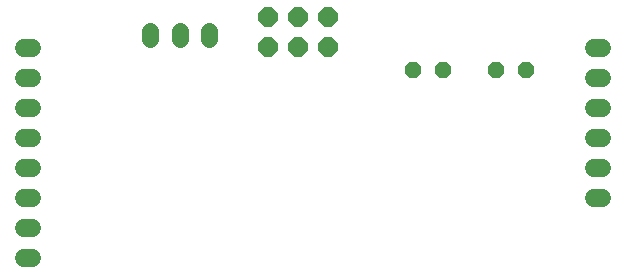
<source format=gbs>
G75*
%MOIN*%
%OFA0B0*%
%FSLAX24Y24*%
%IPPOS*%
%LPD*%
%AMOC8*
5,1,8,0,0,1.08239X$1,22.5*
%
%ADD10OC8,0.0650*%
%ADD11C,0.0600*%
%ADD12C,0.0560*%
%ADD13OC8,0.0560*%
D10*
X011400Y018325D03*
X012400Y018325D03*
X013400Y018325D03*
X013400Y019325D03*
X012400Y019325D03*
X011400Y019325D03*
D11*
X003540Y011275D02*
X003260Y011275D01*
X003260Y012275D02*
X003540Y012275D01*
X003540Y013275D02*
X003260Y013275D01*
X003260Y014275D02*
X003540Y014275D01*
X003540Y015275D02*
X003260Y015275D01*
X003260Y016275D02*
X003540Y016275D01*
X003540Y017275D02*
X003260Y017275D01*
X003260Y018275D02*
X003540Y018275D01*
X022260Y018275D02*
X022540Y018275D01*
X022540Y017275D02*
X022260Y017275D01*
X022260Y016275D02*
X022540Y016275D01*
X022540Y015275D02*
X022260Y015275D01*
X022260Y014275D02*
X022540Y014275D01*
X022540Y013275D02*
X022260Y013275D01*
D12*
X009435Y018605D02*
X009435Y018865D01*
X008450Y018865D02*
X008450Y018605D01*
X007466Y018605D02*
X007466Y018865D01*
D13*
X016235Y017545D03*
X017235Y017545D03*
X018985Y017545D03*
X019985Y017545D03*
M02*

</source>
